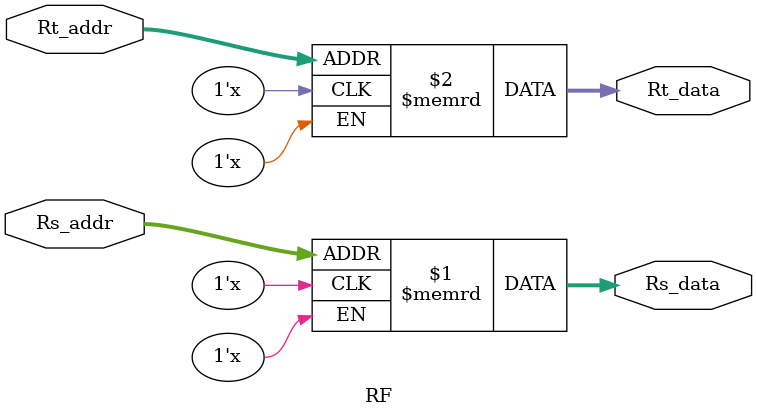
<source format=v>



module RF(
    input [4:0] Rs_addr,
    input [4:0] Rt_addr,
    output [31:0] Rs_data,
    output [31:0] Rt_data
    );

    reg [31:0]R[0:31];

    assign Rs_data = R[Rs_addr];
    assign Rt_data = R[Rt_addr];

endmodule

</source>
